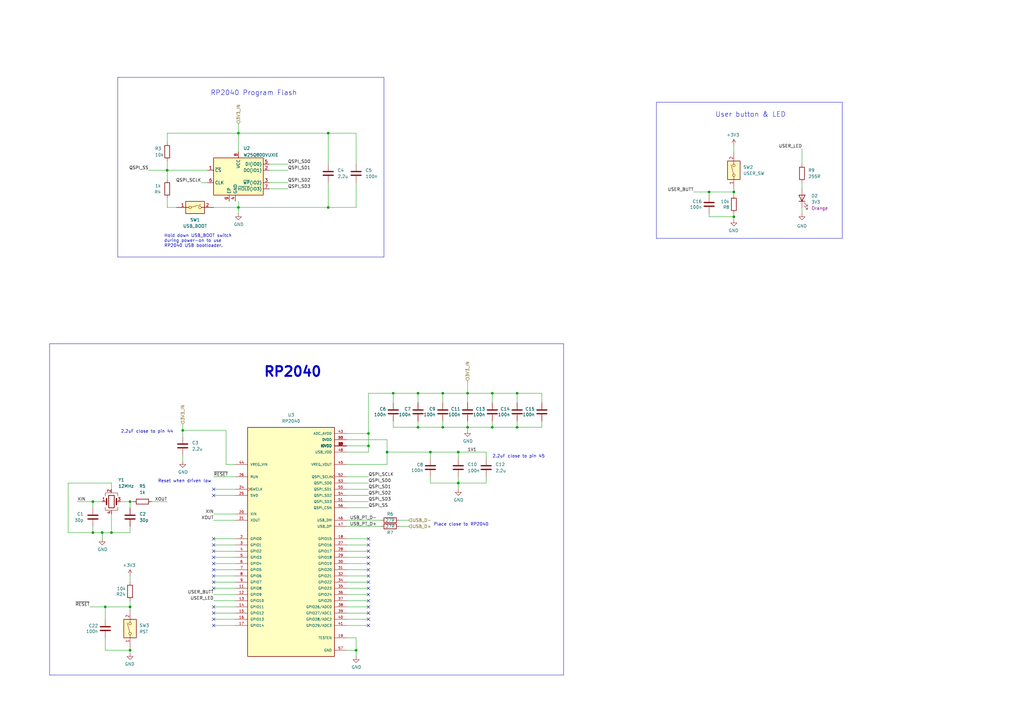
<source format=kicad_sch>
(kicad_sch (version 20250114) (generator "eeschema") (generator_version "9.0")
  (paper "A3")
  (lib_symbols
    (symbol "General:RP2040" (pin_names (offset 1.016))
      (property "Reference" "U" (at -17.78 50.8 0))
      (property "Value" "RP2040" (at -17.78 -48.26 0))
      (symbol "RP2040_0_0"
        (rectangle (start -17.78 -45.72) (end 17.78 48.26) (stroke (width 0.254)) (fill (type background)))
        (pin input line (at -22.86 33.02 0) (length 5.08) (name "VREG_VIN") (number "44"))
        (pin input line (at -22.86 27.94 0) (length 5.08) (name "RUN") (number "26"))
        (pin input clock (at -22.86 22.86 0) (length 5.08) (name "SWCLK") (number "24"))
        (pin bidirectional line (at -22.86 20.32 0) (length 5.08) (name "SWD") (number "25"))
        (pin input line (at -22.86 12.7 0) (length 5.08) (name "XIN") (number "20"))
        (pin output line (at -22.86 10.16 0) (length 5.08) (name "XOUT") (number "21"))
        (pin bidirectional line (at -22.86 2.54 0) (length 5.08) (name "GPIO0") (number "2"))
        (pin bidirectional line (at -22.86 0 0) (length 5.08) (name "GPIO1") (number "3"))
        (pin bidirectional line (at -22.86 -2.54 0) (length 5.08) (name "GPIO2") (number "4"))
        (pin bidirectional line (at -22.86 -5.08 0) (length 5.08) (name "GPIO3") (number "5"))
        (pin bidirectional line (at -22.86 -7.62 0) (length 5.08) (name "GPIO4") (number "6"))
        (pin bidirectional line (at -22.86 -10.16 0) (length 5.08) (name "GPIO5") (number "7"))
        (pin bidirectional line (at -22.86 -12.7 0) (length 5.08) (name "GPIO6") (number "8"))
        (pin bidirectional line (at -22.86 -15.24 0) (length 5.08) (name "GPIO7") (number "9"))
        (pin bidirectional line (at -22.86 -17.78 0) (length 5.08) (name "GPIO8") (number "11"))
        (pin bidirectional line (at -22.86 -20.32 0) (length 5.08) (name "GPIO9") (number "12"))
        (pin bidirectional line (at -22.86 -22.86 0) (length 5.08) (name "GPIO10") (number "13"))
        (pin bidirectional line (at -22.86 -25.4 0) (length 5.08) (name "GPIO11") (number "14"))
        (pin bidirectional line (at -22.86 -27.94 0) (length 5.08) (name "GPIO12") (number "15"))
        (pin bidirectional line (at -22.86 -30.48 0) (length 5.08) (name "GPIO13") (number "16"))
        (pin bidirectional line (at -22.86 -33.02 0) (length 5.08) (name "GPIO14") (number "17"))
        (pin power_in line (at 22.86 45.72 180) (length 5.08) (name "ADC_AVDD") (number "43"))
        (pin power_in line (at 22.86 43.18 180) (length 5.08) (name "DVDD") (number "23"))
        (pin power_in line (at 22.86 43.18 180) (length 5.08) (name "DVDD") (number "50"))
        (pin power_in line (at 22.86 40.64 180) (length 5.08) (name "IOVDD") (number "1"))
        (pin power_in line (at 22.86 40.64 180) (length 5.08) (name "IOVDD") (number "10"))
        (pin power_in line (at 22.86 40.64 180) (length 5.08) (name "IOVDD") (number "22"))
        (pin power_in line (at 22.86 40.64 180) (length 5.08) (name "IOVDD") (number "33"))
        (pin power_in line (at 22.86 40.64 180) (length 5.08) (name "IOVDD") (number "42"))
        (pin power_in line (at 22.86 40.64 180) (length 5.08) (name "IOVDD") (number "49"))
        (pin power_in line (at 22.86 38.1 180) (length 5.08) (name "USB_VDD") (number "48"))
        (pin output line (at 22.86 33.02 180) (length 5.08) (name "VREG_VOUT") (number "45"))
        (pin bidirectional clock (at 22.86 27.94 180) (length 5.08) (name "QSPI_SCLK") (number "52"))
        (pin bidirectional line (at 22.86 25.4 180) (length 5.08) (name "QSPI_SD0") (number "53"))
        (pin bidirectional line (at 22.86 22.86 180) (length 5.08) (name "QSPI_SD1") (number "55"))
        (pin bidirectional line (at 22.86 20.32 180) (length 5.08) (name "QSPI_SD2") (number "54"))
        (pin bidirectional line (at 22.86 17.78 180) (length 5.08) (name "QSPI_SD3") (number "51"))
        (pin bidirectional line (at 22.86 15.24 180) (length 5.08) (name "QSPI_CSN") (number "56"))
        (pin bidirectional line (at 22.86 10.16 180) (length 5.08) (name "USB_DM") (number "46"))
        (pin bidirectional line (at 22.86 7.62 180) (length 5.08) (name "USB_DP") (number "47"))
        (pin bidirectional line (at 22.86 2.54 180) (length 5.08) (name "GPIO15") (number "18"))
        (pin bidirectional line (at 22.86 0 180) (length 5.08) (name "GPIO16") (number "27"))
        (pin bidirectional line (at 22.86 -2.54 180) (length 5.08) (name "GPIO17") (number "28"))
        (pin bidirectional line (at 22.86 -5.08 180) (length 5.08) (name "GPIO18") (number "29"))
        (pin bidirectional line (at 22.86 -7.62 180) (length 5.08) (name "GPIO19") (number "30"))
        (pin bidirectional line (at 22.86 -10.16 180) (length 5.08) (name "GPIO20") (number "31"))
        (pin bidirectional line (at 22.86 -12.7 180) (length 5.08) (name "GPIO21") (number "32"))
        (pin bidirectional line (at 22.86 -15.24 180) (length 5.08) (name "GPIO22") (number "34"))
        (pin bidirectional line (at 22.86 -17.78 180) (length 5.08) (name "GPIO23") (number "35"))
        (pin bidirectional line (at 22.86 -20.32 180) (length 5.08) (name "GPIO24") (number "36"))
        (pin bidirectional line (at 22.86 -22.86 180) (length 5.08) (name "GPIO25") (number "37"))
        (pin bidirectional line (at 22.86 -25.4 180) (length 5.08) (name "GPIO26/ADC0") (number "38"))
        (pin bidirectional line (at 22.86 -27.94 180) (length 5.08) (name "GPIO27/ADC1") (number "39"))
        (pin bidirectional line (at 22.86 -30.48 180) (length 5.08) (name "GPIO28/ADC2") (number "40"))
        (pin bidirectional line (at 22.86 -33.02 180) (length 5.08) (name "GPIO29/ADC3") (number "41"))
        (pin passive line (at 22.86 -38.1 180) (length 5.08) (name "TESTEN") (number "19"))
        (pin power_in line (at 22.86 -43.18 180) (length 5.08) (name "GND") (number "57"))
      )
    )
    (symbol "Device:C" (pin_numbers (hide yes)) (pin_names (offset 0.254))
      (property "Reference" "C" (at 0.635 2.54 0))
      (property "Value" "C" (at 0.635 -2.54 0))
      (symbol "C_0_1"
        (polyline (pts (xy -2.032 0.762) (xy 2.032 0.762)) (stroke (width 0.508)))
        (polyline (pts (xy -2.032 -0.762) (xy 2.032 -0.762)) (stroke (width 0.508)))
      )
      (symbol "C_1_1"
        (pin passive line (at 0 3.81 270) (length 2.794) (name "~") (number "1"))
        (pin passive line (at 0 -3.81 90) (length 2.794) (name "~") (number "2"))
      )
    )
    (symbol "Device:Crystal_GND24" (pin_names (offset 1.016) (hide yes))
      (property "Reference" "Y" (at 3.175 5.08 0))
      (property "Value" "Crystal_GND24" (at 3.175 3.175 0))
      (symbol "Crystal_GND24_0_1"
        (polyline (pts (xy -2.54 2.286) (xy -2.54 3.556) (xy 2.54 3.556) (xy 2.54 2.286)))
        (polyline (pts (xy -2.54 0) (xy -2.032 0)))
        (polyline (pts (xy -2.54 -2.286) (xy -2.54 -3.556) (xy 2.54 -3.556) (xy 2.54 -2.286)))
        (polyline (pts (xy -2.032 -1.27) (xy -2.032 1.27)) (stroke (width 0.508)))
        (rectangle (start -1.143 2.54) (end 1.143 -2.54) (stroke (width 0.3048)))
        (polyline (pts (xy 0 3.556) (xy 0 3.81)))
        (polyline (pts (xy 0 -3.81) (xy 0 -3.556)))
        (polyline (pts (xy 2.032 0) (xy 2.54 0)))
        (polyline (pts (xy 2.032 -1.27) (xy 2.032 1.27)) (stroke (width 0.508)))
      )
      (symbol "Crystal_GND24_1_1"
        (pin passive line (at -3.81 0 0) (length 1.27) (name "1") (number "1"))
        (pin passive line (at 0 5.08 270) (length 1.27) (name "2") (number "2"))
        (pin passive line (at 0 -5.08 90) (length 1.27) (name "4") (number "4"))
        (pin passive line (at 3.81 0 180) (length 1.27) (name "3") (number "3"))
      )
    )
    (symbol "Device:LED" (pin_numbers (hide yes)) (pin_names (offset 1.016) (hide yes))
      (property "Reference" "D" (at 0 2.54 0))
      (property "Value" "LED" (at 0 -2.54 0))
      (symbol "LED_0_1"
        (polyline (pts (xy -3.048 -0.762) (xy -4.572 -2.286) (xy -3.81 -2.286) (xy -4.572 -2.286) (xy -4.572 -1.524)))
        (polyline (pts (xy -1.778 -0.762) (xy -3.302 -2.286) (xy -2.54 -2.286) (xy -3.302 -2.286) (xy -3.302 -1.524)))
        (polyline (pts (xy -1.27 0) (xy 1.27 0)))
        (polyline (pts (xy -1.27 -1.27) (xy -1.27 1.27)) (stroke (width 0.254)))
        (polyline (pts (xy 1.27 -1.27) (xy 1.27 1.27) (xy -1.27 0) (xy 1.27 -1.27)) (stroke (width 0.254)))
      )
      (symbol "LED_1_1"
        (pin passive line (at -3.81 0 0) (length 2.54) (name "K") (number "1"))
        (pin passive line (at 3.81 0 180) (length 2.54) (name "A") (number "2"))
      )
    )
    (symbol "Device:R" (pin_numbers (hide yes)) (pin_names (offset 0))
      (property "Reference" "R" (at 2.032 0 90))
      (property "Value" "R" (at 0 0 90))
      (symbol "R_0_1"
        (rectangle (start -1.016 -2.54) (end 1.016 2.54) (stroke (width 0.254)))
      )
      (symbol "R_1_1"
        (pin passive line (at 0 3.81 270) (length 1.27) (name "~") (number "1"))
        (pin passive line (at 0 -3.81 90) (length 1.27) (name "~") (number "2"))
      )
    )
    (symbol "Misc:W25Q80DVUXIE"
      (property "Reference" "U" (at -8.89 8.89 0))
      (property "Value" "W25Q80DVUXIE" (at 7.62 8.89 0))
      (symbol "W25Q80DVUXIE_0_1"
        (rectangle (start -10.16 7.62) (end 10.16 -7.62) (stroke (width 0.254)) (fill (type background)))
      )
      (symbol "W25Q80DVUXIE_1_1"
        (pin input line (at -12.7 2.54 0) (length 2.54) (name "~{CS}") (number "1"))
        (pin input line (at -12.7 -2.54 0) (length 2.54) (name "CLK") (number "6"))
        (pin passive line (at -3.81 -10.16 90) (length 2.54) (name "EP") (number "9"))
        (pin power_in line (at -1.27 -10.16 90) (length 2.54) (name "GND") (number "4"))
        (pin power_in line (at 0 10.16 270) (length 2.54) (name "VCC") (number "8"))
        (pin bidirectional line (at 12.7 5.08 180) (length 2.54) (name "DI(IO0)") (number "5"))
        (pin bidirectional line (at 12.7 2.54 180) (length 2.54) (name "DO(IO1)") (number "2"))
        (pin bidirectional line (at 12.7 -2.54 180) (length 2.54) (name "~{WP}(IO2)") (number "3"))
        (pin bidirectional line (at 12.7 -5.08 180) (length 2.54) (name "~{HOLD}(IO3)") (number "7"))
      )
    )
    (symbol "Switch:SW_DIP_x01" (pin_names (offset 0) (hide yes))
      (property "Reference" "SW" (at 0 3.81 0))
      (property "Value" "SW_DIP_x01" (at 0 -3.81 0))
      (symbol "SW_DIP_x01_0_0"
        (circle (center -2.032 0) (radius 0.508))
        (polyline (pts (xy -1.524 0.127) (xy 2.3622 1.1684)))
        (circle (center 2.032 0) (radius 0.508))
      )
      (symbol "SW_DIP_x01_0_1"
        (rectangle (start -3.81 2.54) (end 3.81 -2.54) (stroke (width 0.254)) (fill (type background)))
      )
      (symbol "SW_DIP_x01_1_1"
        (pin passive line (at -7.62 0 0) (length 5.08) (name "~") (number "1"))
        (pin passive line (at 7.62 0 180) (length 5.08) (name "~") (number "2"))
      )
    )
    (symbol "power:+3V3" (power) (pin_names (offset 0))
      (property "Value" "+3V3" (at 0 3.556 0))
      (symbol "+3V3_0_1"
        (polyline (pts (xy -0.762 1.27) (xy 0 2.54)))
        (polyline (pts (xy 0 2.54) (xy 0.762 1.27)))
        (polyline (pts (xy 0 0) (xy 0 2.54)))
      )
      (symbol "+3V3_1_1"
        (pin power_in line (at 0 0 90) (length 0) (hide yes) (name "+3V3") (number "1"))
      )
    )
    (symbol "power:GND" (power) (pin_names (offset 0))
      (property "Value" "GND" (at 0 -3.81 0))
      (symbol "GND_0_1"
        (polyline (pts (xy 0 0) (xy 0 -1.27) (xy 1.27 -1.27) (xy 0 -2.54) (xy -1.27 -1.27) (xy 0 -1.27)))
      )
      (symbol "GND_1_1"
        (pin power_in line (at 0 0 270) (length 0) (hide yes) (name "GND") (number "1"))
      )
    )
  )
  (text "RP2040 Program Flash" (at 86.36 39.37 0) (effects (font (size 2 2)) (justify left bottom)))
  (text "Reset when driven low" (at 64.77 198.12 0) (effects (font (size 1.27 1.27)) (justify left bottom)))
  (text "Hold down USB_BOOT switch\nduring power-on to use\nRP2040 USB bootloader." (at 67.31 101.6 0) (effects (font (size 1.27 1.27)) (justify left bottom)))
  (text "User button & LED" (at 293.37 48.26 0) (effects (font (size 2.0066 2.0066)) (justify left bottom)))
  (text "RP2040" (at 107.95 154.94 0) (effects (font (size 3.9878 3.9878) (thickness 0.7976) (bold yes)) (justify left bottom)))
  (text "2.2uF close to pin 45" (at 201.93 187.96 0) (effects (font (size 1.27 1.27)) (justify left bottom)))
  (text "Place close to RP2040" (at 177.8 215.9 0) (effects (font (size 1.27 1.27)) (justify left bottom)))
  (text "2.2uF close to pin 44" (at 49.53 177.8 0) (effects (font (size 1.27 1.27)) (justify left bottom)))
  (junction (at 191.77 161.29))
  (junction (at 41.91 218.44))
  (junction (at 134.62 54.61))
  (junction (at 187.96 185.42))
  (junction (at 201.93 161.29))
  (junction (at 181.61 161.29))
  (junction (at 97.79 54.61))
  (junction (at 68.58 69.85))
  (junction (at 53.34 205.74))
  (junction (at 181.61 175.26))
  (junction (at 290.83 78.74))
  (junction (at 74.93 176.53))
  (junction (at 134.62 85.09))
  (junction (at 212.09 161.29))
  (junction (at 151.13 177.8))
  (junction (at 161.29 161.29))
  (junction (at 53.34 266.7))
  (junction (at 171.45 175.26))
  (junction (at 201.93 175.26))
  (junction (at 158.75 185.42))
  (junction (at 212.09 175.26))
  (junction (at 97.79 85.09))
  (junction (at 43.18 248.92))
  (junction (at 45.72 218.44))
  (junction (at 38.1 205.74))
  (junction (at 151.13 182.88))
  (junction (at 53.34 248.92))
  (junction (at 300.99 88.9))
  (junction (at 176.53 185.42))
  (junction (at 187.96 198.12))
  (junction (at 191.77 175.26))
  (junction (at 171.45 161.29))
  (junction (at 38.1 218.44))
  (junction (at 300.99 78.74))
  (junction (at 146.05 266.7))
  (no_connect (at 87.63 231.14))
  (no_connect (at 151.13 251.46))
  (no_connect (at 87.63 228.6))
  (no_connect (at 87.63 223.52))
  (no_connect (at 151.13 241.3))
  (no_connect (at 151.13 246.38))
  (no_connect (at 151.13 238.76))
  (no_connect (at 87.63 220.98))
  (no_connect (at 151.13 236.22))
  (no_connect (at 87.63 254))
  (no_connect (at 151.13 223.52))
  (no_connect (at 151.13 233.68))
  (no_connect (at 87.63 241.3))
  (no_connect (at 87.63 226.06))
  (no_connect (at 151.13 254))
  (no_connect (at 87.63 233.68))
  (no_connect (at 151.13 256.54))
  (no_connect (at 87.63 256.54))
  (no_connect (at 151.13 243.84))
  (no_connect (at 151.13 228.6))
  (no_connect (at 87.63 203.2))
  (no_connect (at 151.13 226.06))
  (no_connect (at 151.13 231.14))
  (no_connect (at 151.13 220.98))
  (no_connect (at 87.63 200.66))
  (no_connect (at 87.63 238.76))
  (no_connect (at 87.63 248.92))
  (no_connect (at 87.63 236.22))
  (no_connect (at 151.13 248.92))
  (no_connect (at 87.63 251.46))
  (wire (pts (xy 161.29 161.29) (xy 171.45 161.29)))
  (wire (pts (xy 142.24 226.06) (xy 151.13 226.06)))
  (wire (pts (xy 97.79 85.09) (xy 97.79 87.63)))
  (wire (pts (xy 53.34 266.7) (xy 53.34 267.97)))
  (wire (pts (xy 142.24 236.22) (xy 151.13 236.22)))
  (wire (pts (xy 171.45 172.72) (xy 171.45 175.26)))
  (wire (pts (xy 212.09 175.26) (xy 222.25 175.26)))
  (wire (pts (xy 97.79 54.61) (xy 97.79 62.23)))
  (wire (pts (xy 41.91 218.44) (xy 41.91 220.98)))
  (wire (pts (xy 142.24 182.88) (xy 151.13 182.88)))
  (wire (pts (xy 142.24 220.98) (xy 151.13 220.98)))
  (wire (pts (xy 158.75 185.42) (xy 176.53 185.42)))
  (wire (pts (xy 142.24 233.68) (xy 151.13 233.68)))
  (wire (pts (xy 74.93 173.99) (xy 74.93 176.53)))
  (wire (pts (xy 43.18 261.62) (xy 43.18 266.7)))
  (polyline (pts (xy 157.48 31.75) (xy 48.26 31.75)))
  (wire (pts (xy 300.99 78.74) (xy 290.83 78.74)))
  (wire (pts (xy 146.05 74.93) (xy 146.05 85.09)))
  (wire (pts (xy 222.25 175.26) (xy 222.25 172.72)))
  (wire (pts (xy 142.24 228.6) (xy 151.13 228.6)))
  (polyline (pts (xy 269.24 41.91) (xy 345.44 41.91)))
  (wire (pts (xy 87.63 233.68) (xy 96.52 233.68)))
  (wire (pts (xy 161.29 175.26) (xy 171.45 175.26)))
  (wire (pts (xy 181.61 161.29) (xy 181.61 165.1)))
  (wire (pts (xy 87.63 195.58) (xy 96.52 195.58)))
  (wire (pts (xy 201.93 172.72) (xy 201.93 175.26)))
  (wire (pts (xy 53.34 246.38) (xy 53.34 248.92)))
  (wire (pts (xy 212.09 161.29) (xy 212.09 165.1)))
  (wire (pts (xy 151.13 182.88) (xy 151.13 185.42)))
  (polyline (pts (xy 345.44 97.79) (xy 269.24 97.79)))
  (wire (pts (xy 191.77 172.72) (xy 191.77 175.26)))
  (wire (pts (xy 163.83 215.9) (xy 167.64 215.9)))
  (wire (pts (xy 181.61 161.29) (xy 191.77 161.29)))
  (wire (pts (xy 142.24 238.76) (xy 151.13 238.76)))
  (wire (pts (xy 142.24 256.54) (xy 151.13 256.54)))
  (wire (pts (xy 53.34 215.9) (xy 53.34 218.44)))
  (wire (pts (xy 53.34 248.92) (xy 53.34 250.19)))
  (wire (pts (xy 151.13 177.8) (xy 151.13 182.88)))
  (wire (pts (xy 87.63 254) (xy 96.52 254)))
  (wire (pts (xy 97.79 54.61) (xy 134.62 54.61)))
  (wire (pts (xy 53.34 265.43) (xy 53.34 266.7)))
  (wire (pts (xy 176.53 195.58) (xy 176.53 198.12)))
  (wire (pts (xy 87.63 223.52) (xy 96.52 223.52)))
  (wire (pts (xy 142.24 203.2) (xy 151.13 203.2)))
  (wire (pts (xy 53.34 248.92) (xy 43.18 248.92)))
  (wire (pts (xy 181.61 175.26) (xy 191.77 175.26)))
  (polyline (pts (xy 157.48 105.41) (xy 157.48 31.75)))
  (wire (pts (xy 187.96 185.42) (xy 199.39 185.42)))
  (wire (pts (xy 45.72 210.82) (xy 45.72 218.44)))
  (wire (pts (xy 53.34 205.74) (xy 54.61 205.74)))
  (wire (pts (xy 142.24 177.8) (xy 151.13 177.8)))
  (wire (pts (xy 142.24 243.84) (xy 151.13 243.84)))
  (wire (pts (xy 328.93 85.09) (xy 328.93 87.63)))
  (polyline (pts (xy 20.32 140.97) (xy 231.14 140.97)))
  (wire (pts (xy 87.63 256.54) (xy 96.52 256.54)))
  (wire (pts (xy 142.24 248.92) (xy 151.13 248.92)))
  (wire (pts (xy 171.45 161.29) (xy 171.45 165.1)))
  (polyline (pts (xy 231.14 140.97) (xy 231.14 276.86)))
  (wire (pts (xy 41.91 218.44) (xy 45.72 218.44)))
  (polyline (pts (xy 20.32 276.86) (xy 20.32 140.97)))
  (wire (pts (xy 87.63 241.3) (xy 96.52 241.3)))
  (wire (pts (xy 300.99 88.9) (xy 300.99 90.17)))
  (wire (pts (xy 290.83 78.74) (xy 290.83 80.01)))
  (wire (pts (xy 134.62 74.93) (xy 134.62 85.09)))
  (wire (pts (xy 110.49 74.93) (xy 118.11 74.93)))
  (wire (pts (xy 38.1 215.9) (xy 38.1 218.44)))
  (wire (pts (xy 142.24 198.12) (xy 151.13 198.12)))
  (wire (pts (xy 290.83 88.9) (xy 300.99 88.9)))
  (wire (pts (xy 176.53 185.42) (xy 187.96 185.42)))
  (wire (pts (xy 87.63 236.22) (xy 96.52 236.22)))
  (wire (pts (xy 151.13 161.29) (xy 151.13 177.8)))
  (wire (pts (xy 87.63 85.09) (xy 97.79 85.09)))
  (wire (pts (xy 176.53 198.12) (xy 187.96 198.12)))
  (wire (pts (xy 87.63 220.98) (xy 96.52 220.98)))
  (wire (pts (xy 43.18 266.7) (xy 53.34 266.7)))
  (wire (pts (xy 31.75 205.74) (xy 38.1 205.74)))
  (wire (pts (xy 181.61 172.72) (xy 181.61 175.26)))
  (wire (pts (xy 142.24 266.7) (xy 146.05 266.7)))
  (wire (pts (xy 161.29 161.29) (xy 161.29 165.1)))
  (wire (pts (xy 68.58 69.85) (xy 68.58 73.66)))
  (wire (pts (xy 134.62 54.61) (xy 146.05 54.61)))
  (wire (pts (xy 27.94 218.44) (xy 38.1 218.44)))
  (wire (pts (xy 142.24 223.52) (xy 151.13 223.52)))
  (wire (pts (xy 62.23 205.74) (xy 68.58 205.74)))
  (wire (pts (xy 191.77 175.26) (xy 191.77 176.53)))
  (wire (pts (xy 300.99 62.23) (xy 300.99 59.69)))
  (wire (pts (xy 87.63 226.06) (xy 96.52 226.06)))
  (wire (pts (xy 158.75 190.5) (xy 158.75 185.42)))
  (wire (pts (xy 199.39 185.42) (xy 199.39 187.96)))
  (wire (pts (xy 328.93 60.96) (xy 328.93 67.31)))
  (wire (pts (xy 142.24 246.38) (xy 151.13 246.38)))
  (wire (pts (xy 142.24 251.46) (xy 151.13 251.46)))
  (wire (pts (xy 187.96 198.12) (xy 187.96 200.66)))
  (wire (pts (xy 142.24 205.74) (xy 151.13 205.74)))
  (wire (pts (xy 191.77 175.26) (xy 201.93 175.26)))
  (wire (pts (xy 68.58 81.28) (xy 68.58 85.09)))
  (wire (pts (xy 97.79 85.09) (xy 97.79 82.55)))
  (wire (pts (xy 45.72 218.44) (xy 53.34 218.44)))
  (wire (pts (xy 161.29 172.72) (xy 161.29 175.26)))
  (wire (pts (xy 68.58 58.42) (xy 68.58 54.61)))
  (wire (pts (xy 142.24 185.42) (xy 151.13 185.42)))
  (wire (pts (xy 87.63 203.2) (xy 96.52 203.2)))
  (wire (pts (xy 199.39 198.12) (xy 199.39 195.58)))
  (wire (pts (xy 151.13 161.29) (xy 161.29 161.29)))
  (wire (pts (xy 142.24 254) (xy 151.13 254)))
  (wire (pts (xy 97.79 50.8) (xy 97.79 54.61)))
  (wire (pts (xy 191.77 161.29) (xy 191.77 165.1)))
  (polyline (pts (xy 48.26 31.75) (xy 48.26 105.41)))
  (wire (pts (xy 191.77 156.21) (xy 191.77 161.29)))
  (wire (pts (xy 158.75 185.42) (xy 158.75 180.34)))
  (wire (pts (xy 68.58 66.04) (xy 68.58 69.85)))
  (wire (pts (xy 87.63 228.6) (xy 96.52 228.6)))
  (wire (pts (xy 142.24 241.3) (xy 151.13 241.3)))
  (wire (pts (xy 142.24 215.9) (xy 156.21 215.9)))
  (wire (pts (xy 201.93 161.29) (xy 201.93 165.1)))
  (wire (pts (xy 201.93 175.26) (xy 212.09 175.26)))
  (wire (pts (xy 43.18 248.92) (xy 43.18 254)))
  (wire (pts (xy 290.83 87.63) (xy 290.83 88.9)))
  (wire (pts (xy 191.77 161.29) (xy 201.93 161.29)))
  (wire (pts (xy 176.53 185.42) (xy 176.53 187.96)))
  (wire (pts (xy 300.99 78.74) (xy 300.99 80.01)))
  (wire (pts (xy 53.34 238.76) (xy 53.34 236.22)))
  (wire (pts (xy 134.62 54.61) (xy 134.62 67.31)))
  (wire (pts (xy 146.05 266.7) (xy 146.05 269.24)))
  (wire (pts (xy 146.05 85.09) (xy 134.62 85.09)))
  (wire (pts (xy 201.93 161.29) (xy 212.09 161.29)))
  (wire (pts (xy 53.34 208.28) (xy 53.34 205.74)))
  (wire (pts (xy 92.71 190.5) (xy 96.52 190.5)))
  (wire (pts (xy 142.24 231.14) (xy 151.13 231.14)))
  (wire (pts (xy 212.09 172.72) (xy 212.09 175.26)))
  (wire (pts (xy 171.45 175.26) (xy 181.61 175.26)))
  (wire (pts (xy 187.96 198.12) (xy 199.39 198.12)))
  (wire (pts (xy 60.96 69.85) (xy 68.58 69.85)))
  (wire (pts (xy 82.55 74.93) (xy 85.09 74.93)))
  (wire (pts (xy 43.18 248.92) (xy 36.83 248.92)))
  (wire (pts (xy 142.24 261.62) (xy 146.05 261.62)))
  (polyline (pts (xy 48.26 105.41) (xy 157.48 105.41)))
  (wire (pts (xy 87.63 213.36) (xy 96.52 213.36)))
  (wire (pts (xy 110.49 69.85) (xy 118.11 69.85)))
  (wire (pts (xy 87.63 210.82) (xy 96.52 210.82)))
  (wire (pts (xy 142.24 190.5) (xy 158.75 190.5)))
  (wire (pts (xy 87.63 200.66) (xy 96.52 200.66)))
  (wire (pts (xy 300.99 77.47) (xy 300.99 78.74)))
  (wire (pts (xy 87.63 243.84) (xy 96.52 243.84)))
  (wire (pts (xy 87.63 231.14) (xy 96.52 231.14)))
  (wire (pts (xy 74.93 176.53) (xy 92.71 176.53)))
  (wire (pts (xy 38.1 205.74) (xy 38.1 208.28)))
  (wire (pts (xy 27.94 198.12) (xy 27.94 218.44)))
  (wire (pts (xy 158.75 180.34) (xy 142.24 180.34)))
  (wire (pts (xy 146.05 266.7) (xy 146.05 261.62)))
  (wire (pts (xy 187.96 185.42) (xy 187.96 187.96)))
  (wire (pts (xy 87.63 248.92) (xy 96.52 248.92)))
  (wire (pts (xy 163.83 213.36) (xy 167.64 213.36)))
  (wire (pts (xy 68.58 69.85) (xy 85.09 69.85)))
  (wire (pts (xy 187.96 195.58) (xy 187.96 198.12)))
  (wire (pts (xy 212.09 161.29) (xy 222.25 161.29)))
  (wire (pts (xy 87.63 246.38) (xy 96.52 246.38)))
  (wire (pts (xy 92.71 176.53) (xy 92.71 190.5)))
  (polyline (pts (xy 269.24 97.79) (xy 269.24 41.91)))
  (wire (pts (xy 142.24 200.66) (xy 151.13 200.66)))
  (polyline (pts (xy 345.44 41.91) (xy 345.44 97.79)))
  (wire (pts (xy 45.72 200.66) (xy 45.72 198.12)))
  (wire (pts (xy 110.49 67.31) (xy 118.11 67.31)))
  (wire (pts (xy 171.45 161.29) (xy 181.61 161.29)))
  (wire (pts (xy 328.93 74.93) (xy 328.93 77.47)))
  (wire (pts (xy 110.49 77.47) (xy 118.11 77.47)))
  (wire (pts (xy 222.25 161.29) (xy 222.25 165.1)))
  (wire (pts (xy 146.05 54.61) (xy 146.05 67.31)))
  (wire (pts (xy 41.91 205.74) (xy 38.1 205.74)))
  (wire (pts (xy 142.24 195.58) (xy 151.13 195.58)))
  (wire (pts (xy 72.39 85.09) (xy 68.58 85.09)))
  (polyline (pts (xy 231.14 276.86) (xy 20.32 276.86)))
  (wire (pts (xy 38.1 218.44) (xy 41.91 218.44)))
  (wire (pts (xy 45.72 198.12) (xy 27.94 198.12)))
  (wire (pts (xy 53.34 205.74) (xy 49.53 205.74)))
  (wire (pts (xy 74.93 186.69) (xy 74.93 189.23)))
  (wire (pts (xy 134.62 85.09) (xy 97.79 85.09)))
  (wire (pts (xy 87.63 238.76) (xy 96.52 238.76)))
  (wire (pts (xy 87.63 251.46) (xy 96.52 251.46)))
  (wire (pts (xy 142.24 213.36) (xy 156.21 213.36)))
  (wire (pts (xy 68.58 54.61) (xy 97.79 54.61)))
  (wire (pts (xy 142.24 208.28) (xy 151.13 208.28)))
  (wire (pts (xy 290.83 78.74) (xy 284.48 78.74)))
  (wire (pts (xy 74.93 176.53) (xy 74.93 179.07)))
  (wire (pts (xy 300.99 87.63) (xy 300.99 88.9)))
  (label "XOUT" (at 68.58 205.74 180))
  (label "~{RESET}" (at 36.83 248.92 180))
  (label "USER_BUTT" (at 284.48 78.74 180))
  (label "XOUT" (at 87.63 213.36 180))
  (label "QSPI_SD3" (at 118.11 77.47 0))
  (label "QSPI_SCLK" (at 151.13 195.58 0))
  (label "QSPI_SD1" (at 151.13 200.66 0))
  (label "USB_PT_D-" (at 143.51 213.36 0))
  (label "QSPI_SCLK" (at 82.55 74.93 180))
  (label "QSPI_SD2" (at 151.13 203.2 0))
  (label "~{RESET}" (at 87.63 195.58 0))
  (label "QSPI_SD0" (at 118.11 67.31 0))
  (label "QSPI_SD3" (at 151.13 205.74 0))
  (label "USER_BUTT" (at 87.63 243.84 180))
  (label "QSPI_SS" (at 151.13 208.28 0))
  (label "USER_LED" (at 87.63 246.38 180))
  (label "USB_PT_D+" (at 143.51 215.9 0))
  (label "QSPI_SD2" (at 118.11 74.93 0))
  (label "XIN" (at 87.63 210.82 180))
  (label "XIN" (at 31.75 205.74 0))
  (label "QSPI_SS" (at 60.96 69.85 180))
  (label "USER_LED" (at 328.93 60.96 180))
  (label "QSPI_SD1" (at 118.11 69.85 0))
  (label "1V1" (at 191.77 185.42 0))
  (label "QSPI_SD0" (at 151.13 198.12 0))
  (hierarchical_label "USB_D+" (shape input) (at 167.64 215.9 0))
  (hierarchical_label "3V3_IN" (shape input) (at 191.77 156.21 90))
  (hierarchical_label "3V3_IN" (shape input) (at 74.93 173.99 90))
  (hierarchical_label "3V3_IN" (shape input) (at 97.79 50.8 90))
  (hierarchical_label "USB_D-" (shape input) (at 167.64 213.36 0))
  (symbol (lib_id "power:GND") (at 187.96 200.66 0) (unit 1)
    (property "Reference" "#PWR0108" (effects (hide yes)))
    (property "Value" "GND" (at 188.087 205.0542 0))
    (instances (project "Doppler_Radar" (path "" (reference "#PWR07") (unit 1))) (project "" (path "" (reference "#PWR0108") (unit 1))))
  )
  (symbol (lib_id "Device:C") (at 290.83 83.82 0) (mirror y) (unit 1)
    (property "Reference" "C21" (at 287.909 82.6516 0) (effects (justify left)))
    (property "Value" "100n" (at 287.909 84.963 0) (effects (justify left)))
    (property "Footprint" "Capacitor_SMD:C_0603_1608Metric" (effects (hide yes)))
    (property "LCSC Part #" "C1591" (effects (hide yes)))
    (property "LCSC URL" "https://lcsc.com/product-detail/Multilayer-Ceramic-Capacitors-MLCC-SMD-SMT_Samsung-Electro-Mechanics-CL10B104KB8NNNC_C1591.html" (effects (hide yes)))
    (instances (project "Doppler_Radar" (path "" (reference "C16") (unit 1))) (project "" (path "" (reference "C21") (unit 1))))
  )
  (symbol (lib_id "Device:Crystal_GND24") (at 45.72 205.74 0) (unit 1)
    (property "Reference" "Y1" (at 48.4887 196.85 0) (effects (justify left)))
    (property "Value" "12MHz" (at 48.4887 199.39 0) (effects (justify left)))
    (property "Footprint" "Crystal:Crystal_SMD_2520-4Pin_2.5x2.0mm" (effects (hide yes)))
    (property "Datasheet" "https://datasheet.lcsc.com/lcsc/2201131330_WTL-WTL2M45316LZ_C963522.pdf" (effects (hide yes)))
    (property "LCSC Part #" "C963522" (effects (hide yes)))
    (property "LCSC URL" "https://lcsc.com/product-detail/Crystals_WTL-WTL2M45316LZ_C963522.html" (effects (hide yes)))
  )
  (symbol (lib_id "power:GND") (at 74.93 189.23 0) (unit 1)
    (property "Reference" "#PWR0107" (effects (hide yes)))
    (property "Value" "GND" (at 75.057 193.6242 0))
    (instances (project "Doppler_Radar" (path "" (reference "#PWR04") (unit 1))) (project "" (path "" (reference "#PWR0107") (unit 1))))
  )
  (symbol (lib_id "power:GND") (at 146.05 269.24 0) (unit 1)
    (property "Reference" "#PWR0113" (effects (hide yes)))
    (property "Value" "GND" (at 146.177 273.6342 0))
    (instances (project "Doppler_Radar" (path "" (reference "#PWR06") (unit 1))) (project "" (path "" (reference "#PWR0113") (unit 1))))
  )
  (symbol (lib_id "Device:C") (at 181.61 168.91 0) (mirror y) (unit 1)
    (property "Reference" "C14" (at 178.689 167.7416 0) (effects (justify left)))
    (property "Value" "100n" (at 178.689 170.053 0) (effects (justify left)))
    (property "Footprint" "Capacitor_SMD:C_0603_1608Metric" (effects (hide yes)))
    (property "LCSC Part #" "C1591" (effects (hide yes)))
    (property "LCSC URL" "https://lcsc.com/product-detail/Multilayer-Ceramic-Capacitors-MLCC-SMD-SMT_Samsung-Electro-Mechanics-CL10B104KB8NNNC_C1591.html" (effects (hide yes)))
    (instances (project "Doppler_Radar" (path "" (reference "C9") (unit 1))) (project "" (path "" (reference "C14") (unit 1))))
  )
  (symbol (lib_id "Device:R") (at 300.99 83.82 180) (unit 1)
    (property "Reference" "R7" (at 299.212 84.9884 0) (effects (justify left)))
    (property "Value" "10k" (at 299.212 82.677 0) (effects (justify left)))
    (property "Footprint" "Resistor_SMD:R_0603_1608Metric" (effects (hide yes)))
    (property "Datasheet" "https://datasheet.lcsc.com/lcsc/1811101934_YAGEO-RC0603FR-0710KL_C98220.pdf" (effects (hide yes)))
    (property "LCSC Part #" "C98220" (effects (hide yes)))
    (property "LCSC URL" "https://lcsc.com/product-detail/Chip-Resistor-Surface-Mount_YAGEO-RC0603FR-0710KL_C98220.html" (effects (hide yes)))
    (instances (project "Doppler_Radar" (path "" (reference "R8") (unit 1))) (project "" (path "" (reference "R7") (unit 1))))
  )
  (symbol (lib_id "Device:R") (at 68.58 77.47 180) (unit 1)
    (property "Reference" "R4" (at 66.04 78.7401 0) (effects (justify left)))
    (property "Value" "1k" (at 66.04 76.2001 0) (effects (justify left)))
    (property "Footprint" "Resistor_SMD:R_0603_1608Metric" (effects (hide yes)))
    (property "Datasheet" "https://datasheet.lcsc.com/lcsc/1810182020_YAGEO-RC0603FR-071KL_C22548.pdf" (effects (hide yes)))
    (property "LCSC Part #" "C22548" (effects (hide yes)))
    (property "LCSC URL" "https://lcsc.com/product-detail/Chip-Resistor-Surface-Mount_YAGEO-RC0603FR-071KL_C22548.html" (effects (hide yes)))
  )
  (symbol (lib_id "power:GND") (at 97.79 87.63 0) (unit 1)
    (property "Reference" "#PWR0106" (effects (hide yes)))
    (property "Value" "GND" (at 97.917 92.0242 0))
    (instances (project "Doppler_Radar" (path "" (reference "#PWR05") (unit 1))) (project "" (path "" (reference "#PWR0106") (unit 1))))
  )
  (symbol (lib_id "Device:C") (at 212.09 168.91 0) (mirror y) (unit 1)
    (property "Reference" "C19" (at 209.169 167.7416 0) (effects (justify left)))
    (property "Value" "100n" (at 209.169 170.053 0) (effects (justify left)))
    (property "Footprint" "Capacitor_SMD:C_0603_1608Metric" (effects (hide yes)))
    (property "LCSC Part #" "C1591" (effects (hide yes)))
    (property "LCSC URL" "https://lcsc.com/product-detail/Multilayer-Ceramic-Capacitors-MLCC-SMD-SMT_Samsung-Electro-Mechanics-CL10B104KB8NNNC_C1591.html" (effects (hide yes)))
    (instances (project "Doppler_Radar" (path "" (reference "C14") (unit 1))) (project "" (path "" (reference "C19") (unit 1))))
  )
  (symbol (lib_id "General:RP2040") (at 119.38 223.52 0) (unit 1)
    (property "Reference" "U3" (at 119.38 170.18 0))
    (property "Value" "RP2040" (at 119.38 172.72 0))
    (property "Footprint" "Package_DFN_QFN:QFN-56-1EP_7x7mm_P0.4mm_EP3.2x3.2mm" (effects (hide yes)))
    (property "Datasheet" "https://datasheets.raspberrypi.com/rp2040/rp2040-datasheet.pdf" (effects (hide yes)))
    (property "Manufacturer" "Raspberry Pi" (effects (hide yes)))
    (property "Manufacturer Part #" "RP2040" (effects (hide yes)))
    (property "LCSC Part #" "C2040" (effects (hide yes)))
    (property "RS Stock #" "221-1609" (effects (hide yes)))
  )
  (symbol (lib_id "Device:C") (at 161.29 168.91 0) (mirror y) (unit 1)
    (property "Reference" "C11" (at 158.369 167.7416 0) (effects (justify left)))
    (property "Value" "100n" (at 158.369 170.053 0) (effects (justify left)))
    (property "Footprint" "Capacitor_SMD:C_0603_1608Metric" (effects (hide yes)))
    (property "LCSC Part #" "C1591" (effects (hide yes)))
    (property "LCSC URL" "https://lcsc.com/product-detail/Multilayer-Ceramic-Capacitors-MLCC-SMD-SMT_Samsung-Electro-Mechanics-CL10B104KB8NNNC_C1591.html" (effects (hide yes)))
    (instances (project "Doppler_Radar" (path "" (reference "C6") (unit 1))) (project "" (path "" (reference "C11") (unit 1))))
  )
  (symbol (lib_id "Device:C") (at 191.77 168.91 0) (mirror y) (unit 1)
    (property "Reference" "C16" (at 188.849 167.7416 0) (effects (justify left)))
    (property "Value" "100n" (at 188.849 170.053 0) (effects (justify left)))
    (property "Footprint" "Capacitor_SMD:C_0603_1608Metric" (effects (hide yes)))
    (property "LCSC Part #" "C1591" (effects (hide yes)))
    (property "LCSC URL" "https://lcsc.com/product-detail/Multilayer-Ceramic-Capacitors-MLCC-SMD-SMT_Samsung-Electro-Mechanics-CL10B104KB8NNNC_C1591.html" (effects (hide yes)))
    (instances (project "Doppler_Radar" (path "" (reference "C11") (unit 1))) (project "" (path "" (reference "C16") (unit 1))))
  )
  (symbol (lib_id "Device:C") (at 38.1 212.09 180) (unit 1)
    (property "Reference" "C5" (at 34.29 210.8199 0) (effects (justify left)))
    (property "Value" "30p" (at 34.29 213.3599 0) (effects (justify left)))
    (property "Footprint" "Capacitor_SMD:C_0603_1608Metric" (effects (hide yes)))
    (property "LCSC Part #" "C113797" (effects (hide yes)))
    (property "LCSC URL" "https://lcsc.com/product-detail/Multilayer-Ceramic-Capacitors-MLCC-SMD-SMT_YAGEO-CC0603JRNPO9BN300_C113797.html" (effects (hide yes)))
    (instances (project "Doppler_Radar" (path "" (reference "C1") (unit 1))) (project "" (path "" (reference "C5") (unit 1))))
  )
  (symbol (lib_id "Device:C") (at 201.93 168.91 0) (mirror y) (unit 1)
    (property "Reference" "C18" (at 199.009 167.7416 0) (effects (justify left)))
    (property "Value" "100n" (at 199.009 170.053 0) (effects (justify left)))
    (property "Footprint" "Capacitor_SMD:C_0603_1608Metric" (effects (hide yes)))
    (property "LCSC Part #" "C1591" (effects (hide yes)))
    (property "LCSC URL" "https://lcsc.com/product-detail/Multilayer-Ceramic-Capacitors-MLCC-SMD-SMT_Samsung-Electro-Mechanics-CL10B104KB8NNNC_C1591.html" (effects (hide yes)))
    (instances (project "Doppler_Radar" (path "" (reference "C13") (unit 1))) (project "" (path "" (reference "C18") (unit 1))))
  )
  (symbol (lib_id "Misc:W25Q80DVUXIE") (at 97.79 72.39 0) (unit 1)
    (property "Reference" "U2" (at 99.8094 60.8035 0) (effects (justify left)))
    (property "Value" "W25Q80DVUXIE" (at 99.8094 63.5786 0) (effects (justify left)))
    (property "Footprint" "Package_SON:Winbond_USON-8-1EP_3x2mm_P0.5mm_EP0.2x1.6mm" (effects (hide yes)))
    (property "Datasheet" "https://datasheet.lcsc.com/lcsc/2203311630_Winbond-Elec-W25Q80DVUXIE_C401667.pdf" (effects (hide yes)))
    (property "LCSC Part #" "C401667" (effects (hide yes)))
    (property "LCSC URL" "https://lcsc.com/product-detail/NOR-FLASH_Winbond-Elec-W25Q80DVUXIE_C401667.html" (effects (hide yes)))
  )
  (symbol (lib_id "power:+3V3") (at 53.34 236.22 0) (mirror y) (unit 1)
    (property "Reference" "#PWR0112" (effects (hide yes)))
    (property "Value" "+3V3" (at 52.959 231.8258 0))
    (instances (project "Doppler_Radar" (path "" (reference "#PWR02") (unit 1))) (project "" (path "" (reference "#PWR0112") (unit 1))))
  )
  (symbol (lib_id "Device:C") (at 222.25 168.91 0) (mirror y) (unit 1)
    (property "Reference" "C20" (at 219.329 167.7416 0) (effects (justify left)))
    (property "Value" "100n" (at 219.329 170.053 0) (effects (justify left)))
    (property "Footprint" "Capacitor_SMD:C_0603_1608Metric" (effects (hide yes)))
    (property "LCSC Part #" "C1591" (effects (hide yes)))
    (property "LCSC URL" "https://lcsc.com/product-detail/Multilayer-Ceramic-Capacitors-MLCC-SMD-SMT_Samsung-Electro-Mechanics-CL10B104KB8NNNC_C1591.html" (effects (hide yes)))
    (instances (project "Doppler_Radar" (path "" (reference "C15") (unit 1))) (project "" (path "" (reference "C20") (unit 1))))
  )
  (symbol (lib_id "Device:R") (at 328.93 71.12 0) (unit 1)
    (property "Reference" "R8" (at 331.47 69.8499 0) (effects (justify left)))
    (property "Value" "255R" (at 331.47 72.3899 0) (effects (justify left)))
    (property "Footprint" "Resistor_SMD:R_0603_1608Metric" (effects (hide yes)))
    (property "Datasheet" "https://datasheet.lcsc.com/lcsc/2110252230_UNI-ROYAL-Uniroyal-Elec-0603WAF2550T5E_C23355.pdf" (effects (hide yes)))
    (property "LCSC Part #" "C23355" (effects (hide yes)))
    (property "LCSC URL" "https://lcsc.com/product-detail/Chip-Resistor-Surface-Mount_UNI-ROYAL-Uniroyal-Elec-0603WAF2550T5E_C23355.html" (effects (hide yes)))
    (instances (project "Doppler_Radar" (path "" (reference "R9") (unit 1))) (project "" (path "" (reference "R8") (unit 1))))
  )
  (symbol (lib_id "Device:C") (at 74.93 182.88 0) (unit 1)
    (property "Reference" "C8" (at 78.74 181.6099 0) (effects (justify left)))
    (property "Value" "2.2u" (at 78.74 184.1499 0) (effects (justify left)))
    (property "Footprint" "Capacitor_SMD:C_0805_2012Metric" (effects (hide yes)))
    (property "Datasheet" "https://datasheet.lcsc.com/lcsc/1810191223_Samsung-Electro-Mechanics-CL21B225KAFNNNE_C19110.pdf" (effects (hide yes)))
    (property "LCSC Part #" "C19110" (effects (hide yes)))
    (property "LCSC URL" "https://lcsc.com/product-detail/Multilayer-Ceramic-Capacitors-MLCC-SMD-SMT_Samsung-Electro-Mechanics-CL21B225KAFNNNE_C19110.html" (effects (hide yes)))
    (instances (project "Doppler_Radar" (path "" (reference "C3") (unit 1))) (project "" (path "" (reference "C8") (unit 1))))
  )
  (symbol (lib_id "Device:C") (at 146.05 71.12 0) (unit 1)
    (property "Reference" "C10" (at 149.86 69.8499 0) (effects (justify left)))
    (property "Value" "100n" (at 149.86 72.3899 0) (effects (justify left)))
    (property "Footprint" "Capacitor_SMD:C_0603_1608Metric" (effects (hide yes)))
    (property "LCSC Part #" "C1591" (effects (hide yes)))
    (property "LCSC URL" "https://lcsc.com/product-detail/Multilayer-Ceramic-Capacitors-MLCC-SMD-SMT_Samsung-Electro-Mechanics-CL10B104KB8NNNC_C1591.html" (effects (hide yes)))
    (instances (project "Doppler_Radar" (path "" (reference "C5") (unit 1))) (project "" (path "" (reference "C10") (unit 1))))
  )
  (symbol (lib_id "power:GND") (at 328.93 87.63 0) (unit 1)
    (property "Reference" "#PWR0103" (effects (hide yes)))
    (property "Value" "GND" (at 328.93 92.71 0))
    (instances (project "Doppler_Radar" (path "" (reference "#PWR011") (unit 1))) (project "" (path "" (reference "#PWR0103") (unit 1))))
  )
  (symbol (lib_id "Device:C") (at 134.62 71.12 0) (unit 1)
    (property "Reference" "C9" (at 138.43 69.8499 0) (effects (justify left)))
    (property "Value" "2.2u" (at 138.43 72.3899 0) (effects (justify left)))
    (property "Footprint" "Capacitor_SMD:C_0805_2012Metric" (effects (hide yes)))
    (property "Datasheet" "https://datasheet.lcsc.com/lcsc/1810191223_Samsung-Electro-Mechanics-CL21B225KAFNNNE_C19110.pdf" (effects (hide yes)))
    (property "LCSC Part #" "C19110" (effects (hide yes)))
    (property "LCSC URL" "https://lcsc.com/product-detail/Multilayer-Ceramic-Capacitors-MLCC-SMD-SMT_Samsung-Electro-Mechanics-CL21B225KAFNNNE_C19110.html" (effects (hide yes)))
    (instances (project "Doppler_Radar" (path "" (reference "C4") (unit 1))) (project "" (path "" (reference "C9") (unit 1))))
  )
  (symbol (lib_id "Device:C") (at 53.34 212.09 0) (unit 1)
    (property "Reference" "C7" (at 57.15 210.8199 0) (effects (justify left)))
    (property "Value" "30p" (at 57.15 213.3599 0) (effects (justify left)))
    (property "Footprint" "Capacitor_SMD:C_0603_1608Metric" (effects (hide yes)))
    (property "LCSC Part #" "C113797" (effects (hide yes)))
    (property "LCSC URL" "https://lcsc.com/product-detail/Multilayer-Ceramic-Capacitors-MLCC-SMD-SMT_YAGEO-CC0603JRNPO9BN300_C113797.html" (effects (hide yes)))
    (instances (project "Doppler_Radar" (path "" (reference "C2") (unit 1))) (project "" (path "" (reference "C7") (unit 1))))
  )
  (symbol (lib_id "Switch:SW_DIP_x01") (at 80.01 85.09 0) (unit 1)
    (property "Reference" "SW2" (at 80.01 90.17 0))
    (property "Value" "USB_BOOT" (at 80.01 92.71 0))
    (property "Footprint" "Button_Switch_SMD:SW_Push_SPST_NO_Alps_SKRK" (effects (hide yes)))
    (property "Datasheet" "https://datasheet.lcsc.com/lcsc/1809201020_ALPSALPINE-SKRKAEE020_C115357.pdf" (effects (hide yes)))
    (property "LCSC Part #" "C115357" (effects (hide yes)))
    (property "LCSC URL" "https://lcsc.com/product-detail/Tactile-Switches_ALPSALPINE-SKRKAEE020_C115357.html" (effects (hide yes)))
    (instances (project "Doppler_Radar" (path "" (reference "SW1") (unit 1))) (project "" (path "" (reference "SW2") (unit 1))))
  )
  (symbol (lib_id "Device:R") (at 160.02 213.36 90) (unit 1)
    (property "Reference" "R5" (at 160.02 210.82 90))
    (property "Value" "27R" (at 160.02 213.36 90))
    (property "Footprint" "Resistor_SMD:R_0603_1608Metric" (effects (hide yes)))
    (property "Datasheet" "https://datasheet.lcsc.com/lcsc/1811082116_YAGEO-RC0603FR-0727RL_C137753.pdf" (effects (hide yes)))
    (property "LCSC Part #" "C137753" (effects (hide yes)))
    (property "LCSC URL" "https://lcsc.com/product-detail/Chip-Resistor-Surface-Mount_YAGEO-RC0603FR-0727RL_C137753.html" (effects (hide yes)))
    (instances (project "Doppler_Radar" (path "" (reference "R6") (unit 1))) (project "" (path "" (reference "R5") (unit 1))))
  )
  (symbol (lib_id "Switch:SW_DIP_x01") (at 53.34 257.81 90) (unit 1)
    (property "Reference" "SW1" (at 57.15 256.5399 90) (effects (justify right)))
    (property "Value" "RST" (at 57.15 259.0799 90) (effects (justify right)))
    (property "Footprint" "Button_Switch_SMD:SW_Push_SPST_NO_Alps_SKRK" (effects (hide yes)))
    (property "Datasheet" "https://datasheet.lcsc.com/lcsc/1809201020_ALPSALPINE-SKRKAEE020_C115357.pdf" (effects (hide yes)))
    (property "LCSC Part #" "C115357" (effects (hide yes)))
    (property "LCSC URL" "https://lcsc.com/product-detail/Tactile-Switches_ALPSALPINE-SKRKAEE020_C115357.html" (effects (hide yes)))
    (instances (project "Doppler_Radar" (path "" (reference "SW3") (unit 1))) (project "" (path "" (reference "SW1") (unit 1))))
  )
  (symbol (lib_id "Device:LED") (at 328.93 81.28 90) (unit 1)
    (property "Reference" "D1" (at 332.74 80.3274 90) (effects (justify right)))
    (property "Value" "3V3" (at 332.74 82.8674 90) (effects (justify right)))
    (property "Footprint" "LED_SMD:LED_0603_1608Metric" (effects (hide yes)))
    (property "Datasheet" "https://datasheet.lcsc.com/lcsc/1912111437_MEIHUA-MHT192CSCT_C401116.pdf" (effects (hide yes)))
    (property "LCSC Part #" "C401116" (effects (hide yes)))
    (property "LCSC URL" "https://lcsc.com/product-detail/Light-Emitting-Diodes-LED_MEIHUA-MHT192CSCT_C401116.html" (effects (hide yes)))
    (property "Colour" "Orange" (at 332.74 85.4074 90) (effects (justify right)))
    (instances (project "Doppler_Radar" (path "" (reference "D2") (unit 1))) (project "" (path "" (reference "D1") (unit 1))))
  )
  (symbol (lib_id "power:GND") (at 300.99 90.17 0) (mirror y) (unit 1)
    (property "Reference" "#PWR0105" (effects (hide yes)))
    (property "Value" "GND" (at 300.863 94.5642 0))
    (instances (project "Doppler_Radar" (path "" (reference "#PWR010") (unit 1))) (project "" (path "" (reference "#PWR0105") (unit 1))))
  )
  (symbol (lib_id "Device:C") (at 187.96 191.77 0) (mirror y) (unit 1)
    (property "Reference" "C15" (at 191.77 190.4999 0) (effects (justify right)))
    (property "Value" "100n" (at 191.77 193.0399 0) (effects (justify right)))
    (property "Footprint" "Capacitor_SMD:C_0603_1608Metric" (effects (hide yes)))
    (property "LCSC Part #" "C1591" (effects (hide yes)))
    (property "LCSC URL" "https://lcsc.com/product-detail/Multilayer-Ceramic-Capacitors-MLCC-SMD-SMT_Samsung-Electro-Mechanics-CL10B104KB8NNNC_C1591.html" (effects (hide yes)))
    (instances (project "Doppler_Radar" (path "" (reference "C10") (unit 1))) (project "" (path "" (reference "C15") (unit 1))))
  )
  (symbol (lib_id "Device:C") (at 43.18 257.81 0) (mirror y) (unit 1)
    (property "Reference" "C6" (at 40.259 256.6416 0) (effects (justify left)))
    (property "Value" "100n" (at 40.259 258.953 0) (effects (justify left)))
    (property "Footprint" "Capacitor_SMD:C_0603_1608Metric" (effects (hide yes)))
    (property "LCSC Part #" "C1591" (effects (hide yes)))
    (property "LCSC URL" "https://lcsc.com/product-detail/Multilayer-Ceramic-Capacitors-MLCC-SMD-SMT_Samsung-Electro-Mechanics-CL10B104KB8NNNC_C1591.html" (effects (hide yes)))
    (instances (project "Doppler_Radar" (path "" (reference "C22") (unit 1))) (project "" (path "" (reference "C6") (unit 1))))
  )
  (symbol (lib_id "Device:R") (at 160.02 215.9 90) (unit 1)
    (property "Reference" "R6" (at 160.02 218.44 90))
    (property "Value" "27R" (at 160.02 215.9 90))
    (property "Footprint" "Resistor_SMD:R_0603_1608Metric" (effects (hide yes)))
    (property "Datasheet" "https://datasheet.lcsc.com/lcsc/1811082116_YAGEO-RC0603FR-0727RL_C137753.pdf" (effects (hide yes)))
    (property "LCSC Part #" "C137753" (effects (hide yes)))
    (property "LCSC URL" "https://lcsc.com/product-detail/Chip-Resistor-Surface-Mount_YAGEO-RC0603FR-0727RL_C137753.html" (effects (hide yes)))
    (instances (project "Doppler_Radar" (path "" (reference "R7") (unit 1))) (project "" (path "" (reference "R6") (unit 1))))
  )
  (symbol (lib_id "Device:R") (at 58.42 205.74 270) (unit 1)
    (property "Reference" "R2" (at 58.42 199.39 90))
    (property "Value" "1k" (at 58.42 201.93 90))
    (property "Footprint" "Resistor_SMD:R_0603_1608Metric" (effects (hide yes)))
    (property "Datasheet" "https://datasheet.lcsc.com/lcsc/1810182020_YAGEO-RC0603FR-071KL_C22548.pdf" (effects (hide yes)))
    (property "LCSC Part #" "C22548" (effects (hide yes)))
    (property "LCSC URL" "https://lcsc.com/product-detail/Chip-Resistor-Surface-Mount_YAGEO-RC0603FR-071KL_C22548.html" (effects (hide yes)))
    (instances (project "Doppler_Radar" (path "" (reference "R5") (unit 1))) (project "" (path "" (reference "R2") (unit 1))))
  )
  (symbol (lib_id "Device:C") (at 171.45 168.91 0) (mirror y) (unit 1)
    (property "Reference" "C12" (at 168.529 167.7416 0) (effects (justify left)))
    (property "Value" "100n" (at 168.529 170.053 0) (effects (justify left)))
    (property "Footprint" "Capacitor_SMD:C_0603_1608Metric" (effects (hide yes)))
    (property "LCSC Part #" "C1591" (effects (hide yes)))
    (property "LCSC URL" "https://lcsc.com/product-detail/Multilayer-Ceramic-Capacitors-MLCC-SMD-SMT_Samsung-Electro-Mechanics-CL10B104KB8NNNC_C1591.html" (effects (hide yes)))
    (instances (project "Doppler_Radar" (path "" (reference "C7") (unit 1))) (project "" (path "" (reference "C12") (unit 1))))
  )
  (symbol (lib_id "Switch:SW_DIP_x01") (at 300.99 69.85 90) (unit 1)
    (property "Reference" "SW3" (at 304.8 68.5799 90) (effects (justify right)))
    (property "Value" "USER_SW" (at 304.8 71.1199 90) (effects (justify right)))
    (property "Footprint" "Button_Switch_SMD:SW_Push_SPST_NO_Alps_SKRK" (effects (hide yes)))
    (property "Datasheet" "https://datasheet.lcsc.com/lcsc/1809201020_ALPSALPINE-SKRKAEE020_C115357.pdf" (effects (hide yes)))
    (property "LCSC Part #" "C115357" (effects (hide yes)))
    (property "LCSC URL" "https://lcsc.com/product-detail/Tactile-Switches_ALPSALPINE-SKRKAEE020_C115357.html" (effects (hide yes)))
    (instances (project "Doppler_Radar" (path "" (reference "SW2") (unit 1))) (project "" (path "" (reference "SW3") (unit 1))))
  )
  (symbol (lib_id "power:GND") (at 53.34 267.97 0) (mirror y) (unit 1)
    (property "Reference" "#PWR0110" (effects (hide yes)))
    (property "Value" "GND" (at 53.213 272.3642 0))
    (instances (project "Doppler_Radar" (path "" (reference "#PWR03") (unit 1))) (project "" (path "" (reference "#PWR0110") (unit 1))))
  )
  (symbol (lib_id "power:GND") (at 41.91 220.98 0) (unit 1)
    (property "Reference" "#PWR0111" (effects (hide yes)))
    (property "Value" "GND" (at 42.037 225.3742 0))
    (instances (project "Doppler_Radar" (path "" (reference "#PWR01") (unit 1))) (project "" (path "" (reference "#PWR0111") (unit 1))))
  )
  (symbol (lib_id "power:+3V3") (at 300.99 59.69 0) (mirror y) (unit 1)
    (property "Reference" "#PWR0104" (effects (hide yes)))
    (property "Value" "+3V3" (at 300.609 55.2958 0))
    (instances (project "Doppler_Radar" (path "" (reference "#PWR09") (unit 1))) (project "" (path "" (reference "#PWR0104") (unit 1))))
  )
  (symbol (lib_id "power:GND") (at 191.77 176.53 0) (unit 1)
    (property "Reference" "#PWR0109" (effects (hide yes)))
    (property "Value" "GND" (at 191.897 180.9242 0))
    (instances (project "Doppler_Radar" (path "" (reference "#PWR08") (unit 1))) (project "" (path "" (reference "#PWR0109") (unit 1))))
  )
  (symbol (lib_id "Device:R") (at 53.34 242.57 180) (unit 1)
    (property "Reference" "R1" (at 51.562 243.7384 0) (effects (justify left)))
    (property "Value" "10k" (at 51.562 241.427 0) (effects (justify left)))
    (property "Footprint" "Resistor_SMD:R_0603_1608Metric" (effects (hide yes)))
    (property "Datasheet" "https://datasheet.lcsc.com/lcsc/1811101934_YAGEO-RC0603FR-0710KL_C98220.pdf" (effects (hide yes)))
    (property "LCSC Part #" "C98220" (effects (hide yes)))
    (property "LCSC URL" "https://lcsc.com/product-detail/Chip-Resistor-Surface-Mount_YAGEO-RC0603FR-0710KL_C98220.html" (effects (hide yes)))
    (instances (project "Doppler_Radar" (path "" (reference "R24") (unit 1))) (project "" (path "" (reference "R1") (unit 1))))
  )
  (symbol (lib_id "Device:C") (at 199.39 191.77 0) (unit 1)
    (property "Reference" "C17" (at 203.2 190.4999 0) (effects (justify left)))
    (property "Value" "2.2u" (at 203.2 193.0399 0) (effects (justify left)))
    (property "Footprint" "Capacitor_SMD:C_0805_2012Metric" (effects (hide yes)))
    (property "Datasheet" "https://datasheet.lcsc.com/lcsc/1810191223_Samsung-Electro-Mechanics-CL21B225KAFNNNE_C19110.pdf" (effects (hide yes)))
    (property "LCSC Part #" "C19110" (effects (hide yes)))
    (property "LCSC URL" "https://lcsc.com/product-detail/Multilayer-Ceramic-Capacitors-MLCC-SMD-SMT_Samsung-Electro-Mechanics-CL21B225KAFNNNE_C19110.html" (effects (hide yes)))
    (instances (project "Doppler_Radar" (path "" (reference "C12") (unit 1))) (project "" (path "" (reference "C17") (unit 1))))
  )
  (symbol (lib_id "Device:R") (at 68.58 62.23 180) (unit 1)
    (property "Reference" "R3" (at 63.5 60.96 0) (effects (justify right)))
    (property "Value" "10k" (at 63.5 63.5 0) (effects (justify right)))
    (property "Footprint" "Resistor_SMD:R_0603_1608Metric" (effects (hide yes)))
    (property "Datasheet" "https://datasheet.lcsc.com/lcsc/1811101934_YAGEO-RC0603FR-0710KL_C98220.pdf" (effects (hide yes)))
    (property "LCSC Part #" "C98220" (effects (hide yes)))
    (property "LCSC URL" "https://lcsc.com/product-detail/Chip-Resistor-Surface-Mount_YAGEO-RC0603FR-0710KL_C98220.html" (effects (hide yes)))
  )
  (symbol (lib_id "Device:C") (at 176.53 191.77 0) (mirror y) (unit 1)
    (property "Reference" "C13" (at 173.609 190.6016 0) (effects (justify left)))
    (property "Value" "100n" (at 173.609 192.913 0) (effects (justify left)))
    (property "Footprint" "Capacitor_SMD:C_0603_1608Metric" (effects (hide yes)))
    (property "LCSC Part #" "C1591" (effects (hide yes)))
    (property "LCSC URL" "https://lcsc.com/product-detail/Multilayer-Ceramic-Capacitors-MLCC-SMD-SMT_Samsung-Electro-Mechanics-CL10B104KB8NNNC_C1591.html" (effects (hide yes)))
    (instances (project "Doppler_Radar" (path "" (reference "C8") (unit 1))) (project "" (path "" (reference "C13") (unit 1))))
  )
)
</source>
